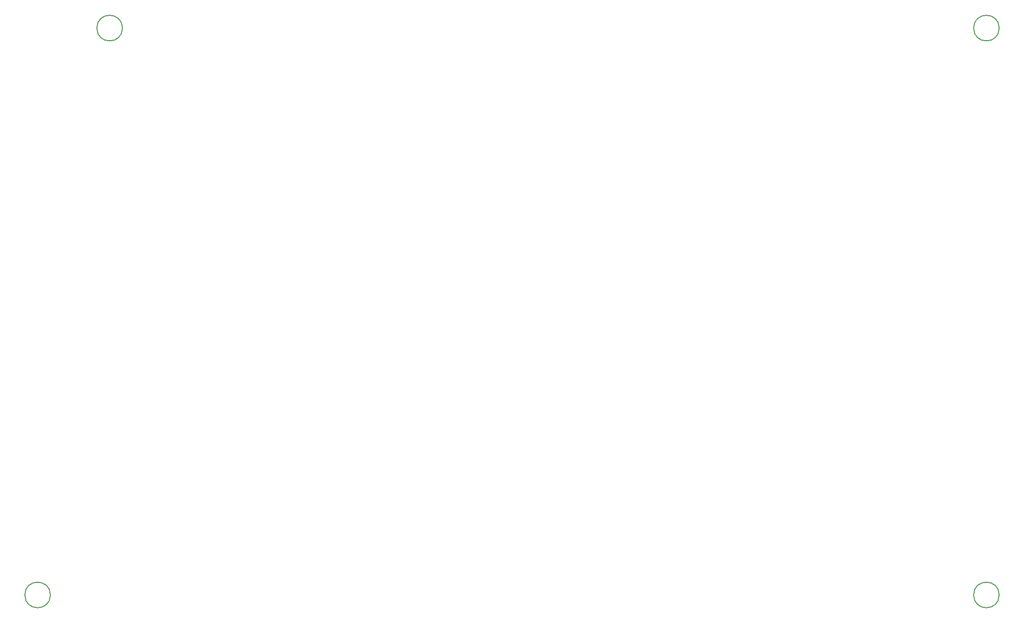
<source format=gbr>
%TF.GenerationSoftware,KiCad,Pcbnew,8.0.4*%
%TF.CreationDate,2024-07-29T15:07:11-07:00*%
%TF.ProjectId,PETER,50455445-522e-46b6-9963-61645f706362,0*%
%TF.SameCoordinates,Original*%
%TF.FileFunction,Other,Comment*%
%FSLAX46Y46*%
G04 Gerber Fmt 4.6, Leading zero omitted, Abs format (unit mm)*
G04 Created by KiCad (PCBNEW 8.0.4) date 2024-07-29 15:07:11*
%MOMM*%
%LPD*%
G01*
G04 APERTURE LIST*
%ADD10C,0.150000*%
G04 APERTURE END LIST*
D10*
%TO.C,H1*%
X15178800Y-28000D02*
G75*
G02*
X10478800Y-28000I-2350000J0D01*
G01*
X10478800Y-28000D02*
G75*
G02*
X15178800Y-28000I2350000J0D01*
G01*
%TO.C,H2*%
X175970800Y-28000D02*
G75*
G02*
X171270800Y-28000I-2350000J0D01*
G01*
X171270800Y-28000D02*
G75*
G02*
X175970800Y-28000I2350000J0D01*
G01*
%TO.C,H3*%
X1970800Y-104028000D02*
G75*
G02*
X-2729200Y-104028000I-2350000J0D01*
G01*
X-2729200Y-104028000D02*
G75*
G02*
X1970800Y-104028000I2350000J0D01*
G01*
%TO.C,H4*%
X175970800Y-104028000D02*
G75*
G02*
X171270800Y-104028000I-2350000J0D01*
G01*
X171270800Y-104028000D02*
G75*
G02*
X175970800Y-104028000I2350000J0D01*
G01*
%TD*%
M02*

</source>
